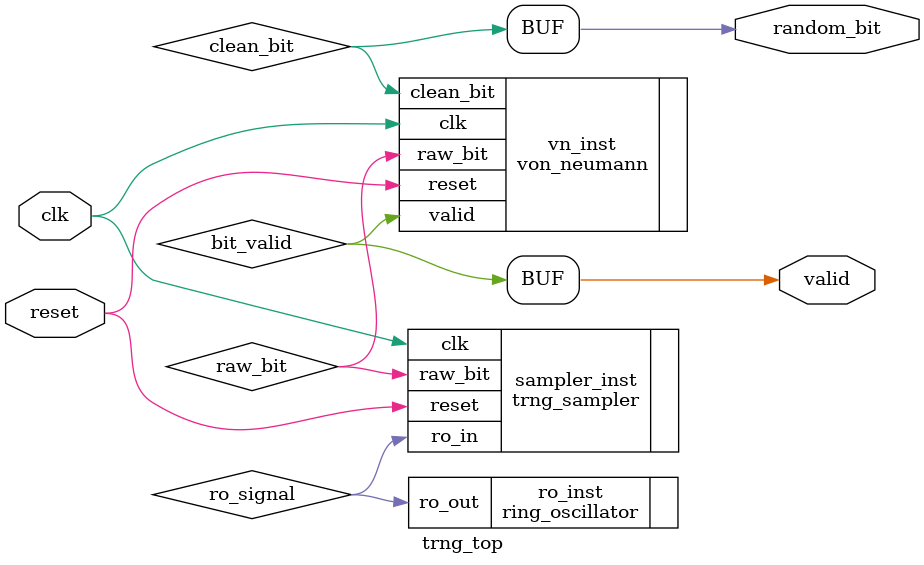
<source format=sv>
`timescale 1ns / 1ps


module trng_top (
    input  logic clk,
    input  logic reset,
    output logic random_bit,
    output logic valid
);

    logic ro_signal;
    logic raw_bit;
    logic clean_bit;
    logic bit_valid;

    // Instantiate Ring Oscillator
    ring_oscillator ro_inst (
        .ro_out(ro_signal)
    );

    // Sample RO output
    trng_sampler sampler_inst (
        .clk(clk),
        .reset(reset),
        .ro_in(ro_signal),
        .raw_bit(raw_bit)
    );

    // Debias the sampled bit
    von_neumann vn_inst (
        .clk(clk),
        .reset(reset),
        .raw_bit(raw_bit),
        .clean_bit(clean_bit),
        .valid(bit_valid)
    );

    assign random_bit = clean_bit;
    assign valid      = bit_valid;

endmodule

</source>
